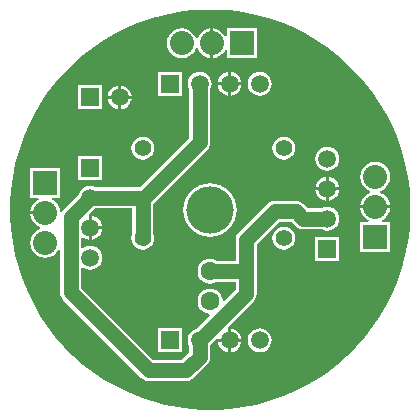
<source format=gbl>
G04 Layer_Physical_Order=2*
G04 Layer_Color=16711680*
%FSLAX25Y25*%
%MOIN*%
G70*
G01*
G75*
%ADD11R,0.08000X0.08000*%
%ADD12C,0.08000*%
%ADD13C,0.05906*%
%ADD14R,0.05906X0.05906*%
%ADD15C,0.05512*%
%ADD16R,0.05906X0.05906*%
%ADD17C,0.06299*%
%ADD18C,0.05906*%
%ADD19R,0.08000X0.08000*%
%ADD20C,0.15748*%
%ADD21C,0.05000*%
G36*
X488544Y435947D02*
X492876Y435376D01*
X497161Y434524D01*
X501382Y433393D01*
X505519Y431989D01*
X509556Y430317D01*
X513474Y428384D01*
X517258Y426199D01*
X520891Y423772D01*
X524357Y421112D01*
X527642Y418232D01*
X530732Y415142D01*
X533612Y411857D01*
X536272Y408391D01*
X538699Y404758D01*
X540884Y400974D01*
X542817Y397056D01*
X544489Y393019D01*
X545893Y388882D01*
X547024Y384661D01*
X547876Y380376D01*
X548447Y376044D01*
X548732Y371685D01*
Y367315D01*
X548447Y362956D01*
X547876Y358624D01*
X547024Y354339D01*
X545893Y350118D01*
X544489Y345981D01*
X542817Y341944D01*
X540884Y338026D01*
X538699Y334242D01*
X536272Y330609D01*
X533612Y327143D01*
X530732Y323858D01*
X527642Y320768D01*
X524357Y317888D01*
X520891Y315228D01*
X517258Y312800D01*
X513474Y310616D01*
X509556Y308683D01*
X505519Y307011D01*
X501382Y305607D01*
X497161Y304476D01*
X492876Y303624D01*
X488544Y303053D01*
X484185Y302768D01*
X479815D01*
X475456Y303053D01*
X471124Y303624D01*
X466839Y304476D01*
X462618Y305607D01*
X458481Y307011D01*
X454444Y308683D01*
X450526Y310616D01*
X446742Y312800D01*
X443109Y315228D01*
X439643Y317888D01*
X436358Y320768D01*
X433268Y323858D01*
X430388Y327143D01*
X427728Y330609D01*
X425300Y334242D01*
X423116Y338026D01*
X421183Y341944D01*
X419511Y345981D01*
X418107Y350118D01*
X416976Y354339D01*
X416124Y358624D01*
X415554Y362956D01*
X415268Y367315D01*
Y371685D01*
X415554Y376044D01*
X416124Y380376D01*
X416976Y384661D01*
X418107Y388882D01*
X419511Y393019D01*
X421183Y397056D01*
X423116Y400974D01*
X425300Y404758D01*
X427728Y408391D01*
X430388Y411857D01*
X433268Y415142D01*
X436358Y418232D01*
X439643Y421112D01*
X443109Y423772D01*
X446742Y426199D01*
X450526Y428384D01*
X454444Y430317D01*
X458481Y431989D01*
X462618Y433393D01*
X466839Y434524D01*
X471124Y435376D01*
X475456Y435947D01*
X479815Y436232D01*
X484185D01*
X488544Y435947D01*
D02*
G37*
%LPC*%
G36*
X442500Y367421D02*
Y364000D01*
X445921D01*
X445851Y364532D01*
X445453Y365493D01*
X444819Y366319D01*
X443993Y366953D01*
X443032Y367351D01*
X442500Y367421D01*
D02*
G37*
G36*
X537000Y385543D02*
X535695Y385371D01*
X534478Y384868D01*
X533434Y384066D01*
X532632Y383022D01*
X532129Y381805D01*
X531957Y380500D01*
X532129Y379195D01*
X532632Y377978D01*
X533434Y376934D01*
X534478Y376132D01*
X535352Y375771D01*
Y375229D01*
X534478Y374868D01*
X533434Y374066D01*
X532632Y373022D01*
X532129Y371805D01*
X532023Y371000D01*
X537000D01*
X541977D01*
X541871Y371805D01*
X541367Y373022D01*
X540566Y374066D01*
X539522Y374868D01*
X538648Y375229D01*
Y375771D01*
X539522Y376132D01*
X540566Y376934D01*
X541367Y377978D01*
X541871Y379195D01*
X542043Y380500D01*
X541871Y381805D01*
X541367Y383022D01*
X540566Y384066D01*
X539522Y384868D01*
X538305Y385371D01*
X537000Y385543D01*
D02*
G37*
G36*
X445921Y363000D02*
X442500D01*
Y359579D01*
X443032Y359649D01*
X443993Y360047D01*
X444819Y360681D01*
X445453Y361507D01*
X445851Y362468D01*
X445921Y363000D01*
D02*
G37*
G36*
X482000Y378417D02*
X480260Y378246D01*
X478588Y377738D01*
X477046Y376914D01*
X475695Y375805D01*
X474586Y374454D01*
X473762Y372912D01*
X473254Y371240D01*
X473083Y369500D01*
X473254Y367760D01*
X473762Y366088D01*
X474586Y364546D01*
X475695Y363195D01*
X477046Y362086D01*
X478588Y361262D01*
X480260Y360754D01*
X482000Y360583D01*
X483740Y360754D01*
X485412Y361262D01*
X486954Y362086D01*
X488305Y363195D01*
X489414Y364546D01*
X490238Y366088D01*
X490746Y367760D01*
X490917Y369500D01*
X490746Y371240D01*
X490238Y372912D01*
X489414Y374454D01*
X488305Y375805D01*
X486954Y376914D01*
X485412Y377738D01*
X483740Y378246D01*
X482000Y378417D01*
D02*
G37*
G36*
X520500Y380421D02*
X519968Y380351D01*
X519007Y379953D01*
X518181Y379319D01*
X517547Y378493D01*
X517149Y377532D01*
X517079Y377000D01*
X520500D01*
Y380421D01*
D02*
G37*
G36*
X521500D02*
Y377000D01*
X524921D01*
X524851Y377532D01*
X524453Y378493D01*
X523819Y379319D01*
X522993Y379953D01*
X522032Y380351D01*
X521500Y380421D01*
D02*
G37*
G36*
X520500Y376000D02*
X517079D01*
X517149Y375468D01*
X517547Y374507D01*
X518181Y373681D01*
X519007Y373047D01*
X519968Y372649D01*
X520500Y372579D01*
Y376000D01*
D02*
G37*
G36*
X524921D02*
X521500D01*
Y372579D01*
X522032Y372649D01*
X522993Y373047D01*
X523819Y373681D01*
X524453Y374507D01*
X524851Y375468D01*
X524921Y376000D01*
D02*
G37*
G36*
X488000Y325500D02*
X484579D01*
X484649Y324968D01*
X485047Y324007D01*
X485681Y323181D01*
X486507Y322547D01*
X487468Y322149D01*
X488000Y322079D01*
Y325500D01*
D02*
G37*
G36*
X492421D02*
X489000D01*
Y322079D01*
X489532Y322149D01*
X490493Y322547D01*
X491319Y323181D01*
X491953Y324007D01*
X492351Y324968D01*
X492421Y325500D01*
D02*
G37*
G36*
X498500Y329987D02*
X497468Y329851D01*
X496507Y329453D01*
X495681Y328819D01*
X495047Y327993D01*
X494649Y327032D01*
X494513Y326000D01*
X494649Y324968D01*
X495047Y324007D01*
X495681Y323181D01*
X496507Y322547D01*
X497468Y322149D01*
X498500Y322013D01*
X499532Y322149D01*
X500493Y322547D01*
X501319Y323181D01*
X501953Y324007D01*
X502351Y324968D01*
X502487Y326000D01*
X502351Y327032D01*
X501953Y327993D01*
X501319Y328819D01*
X500493Y329453D01*
X499532Y329851D01*
X498500Y329987D01*
D02*
G37*
G36*
X472453Y329953D02*
X464547D01*
Y322047D01*
X472453D01*
Y329953D01*
D02*
G37*
G36*
X541977Y370000D02*
X537000D01*
X532023D01*
X532129Y369195D01*
X532632Y367978D01*
X533434Y366934D01*
X534478Y366132D01*
X534798Y366000D01*
X534699Y365500D01*
X532000D01*
Y355500D01*
X542000D01*
Y365500D01*
X539301D01*
X539202Y366000D01*
X539522Y366132D01*
X540566Y366934D01*
X541367Y367978D01*
X541871Y369195D01*
X541977Y370000D01*
D02*
G37*
G36*
X506500Y363788D02*
X505519Y363659D01*
X504606Y363281D01*
X503821Y362679D01*
X503219Y361894D01*
X502841Y360981D01*
X502712Y360000D01*
X502841Y359019D01*
X503219Y358106D01*
X503821Y357321D01*
X504606Y356719D01*
X505519Y356341D01*
X506500Y356212D01*
X507480Y356341D01*
X508394Y356719D01*
X509179Y357321D01*
X509781Y358106D01*
X510159Y359019D01*
X510288Y360000D01*
X510159Y360981D01*
X509781Y361894D01*
X509179Y362679D01*
X508394Y363281D01*
X507480Y363659D01*
X506500Y363788D01*
D02*
G37*
G36*
X489000Y329921D02*
Y326500D01*
X492421D01*
X492351Y327032D01*
X491953Y327993D01*
X491319Y328819D01*
X490493Y329453D01*
X489532Y329851D01*
X489000Y329921D01*
D02*
G37*
G36*
X524953Y360453D02*
X517047D01*
Y352547D01*
X524953D01*
Y360453D01*
D02*
G37*
G36*
X478500Y415487D02*
X477468Y415351D01*
X476507Y414953D01*
X475681Y414319D01*
X475047Y413493D01*
X474649Y412532D01*
X474513Y411500D01*
X474649Y410468D01*
X474970Y409694D01*
Y393462D01*
X458538Y377030D01*
X443806D01*
X443032Y377351D01*
X442000Y377487D01*
X440968Y377351D01*
X440007Y376953D01*
X439181Y376319D01*
X438547Y375493D01*
X438227Y374719D01*
X433004Y369496D01*
X432502Y368843D01*
X432215Y368861D01*
X431983Y368958D01*
X431871Y369805D01*
X431367Y371022D01*
X430566Y372066D01*
X429522Y372867D01*
X429202Y373000D01*
X429301Y373500D01*
X432000D01*
Y383500D01*
X422000D01*
Y373500D01*
X424699D01*
X424798Y373000D01*
X424478Y372867D01*
X423434Y372066D01*
X422633Y371022D01*
X422129Y369805D01*
X422023Y369000D01*
X427000D01*
Y368000D01*
X422023D01*
X422129Y367195D01*
X422633Y365978D01*
X423434Y364934D01*
X424478Y364132D01*
X425352Y363771D01*
Y363229D01*
X424478Y362867D01*
X423434Y362066D01*
X422633Y361022D01*
X422129Y359805D01*
X421957Y358500D01*
X422129Y357195D01*
X422633Y355978D01*
X423434Y354934D01*
X424478Y354133D01*
X425695Y353629D01*
X427000Y353457D01*
X428305Y353629D01*
X429522Y354133D01*
X430566Y354934D01*
X431367Y355978D01*
X431470Y356225D01*
X431970Y356126D01*
Y342000D01*
X432090Y341086D01*
X432443Y340235D01*
X433004Y339504D01*
X459004Y313504D01*
X459735Y312943D01*
X460586Y312590D01*
X461500Y312470D01*
X474000D01*
X474914Y312590D01*
X475765Y312943D01*
X476496Y313504D01*
X480996Y318004D01*
X481557Y318735D01*
X481910Y319586D01*
X482030Y320500D01*
Y324194D01*
X482273Y324781D01*
X484087Y326595D01*
X484279Y326500D01*
X488000D01*
Y330221D01*
X487905Y330413D01*
X496496Y339004D01*
X497057Y339735D01*
X497410Y340586D01*
X497530Y341500D01*
Y349000D01*
Y358038D01*
X504962Y365470D01*
X509038D01*
X510504Y364004D01*
X511235Y363443D01*
X512086Y363090D01*
X513000Y362970D01*
X519194D01*
X519968Y362649D01*
X521000Y362513D01*
X522032Y362649D01*
X522993Y363047D01*
X523819Y363681D01*
X524453Y364507D01*
X524851Y365468D01*
X524987Y366500D01*
X524851Y367532D01*
X524453Y368493D01*
X523819Y369319D01*
X522993Y369953D01*
X522032Y370351D01*
X521000Y370487D01*
X519968Y370351D01*
X519194Y370030D01*
X514462D01*
X512996Y371496D01*
X512265Y372057D01*
X511414Y372410D01*
X510500Y372530D01*
X503500D01*
X502586Y372410D01*
X501735Y372057D01*
X501004Y371496D01*
X491504Y361996D01*
X490943Y361265D01*
X490590Y360414D01*
X490470Y359500D01*
Y352530D01*
X484216D01*
X484093Y352625D01*
X483083Y353043D01*
X482000Y353185D01*
X480917Y353043D01*
X479907Y352625D01*
X479040Y351959D01*
X478375Y351093D01*
X477957Y350083D01*
X477815Y349000D01*
X477957Y347917D01*
X478375Y346907D01*
X479040Y346041D01*
X479907Y345375D01*
X480917Y344957D01*
X482000Y344815D01*
X483083Y344957D01*
X484093Y345375D01*
X484216Y345470D01*
X490470D01*
Y342962D01*
X486668Y339161D01*
X486141Y339340D01*
X486043Y340083D01*
X485625Y341093D01*
X484960Y341960D01*
X484093Y342625D01*
X483083Y343043D01*
X482000Y343185D01*
X480917Y343043D01*
X479907Y342625D01*
X479040Y341960D01*
X478375Y341093D01*
X477957Y340083D01*
X477815Y339000D01*
X477957Y337917D01*
X478375Y336907D01*
X479040Y336040D01*
X479907Y335375D01*
X480917Y334957D01*
X481660Y334859D01*
X481839Y334331D01*
X477281Y329773D01*
X476507Y329453D01*
X475681Y328819D01*
X475047Y327993D01*
X474649Y327032D01*
X474513Y326000D01*
X474649Y324968D01*
X474970Y324194D01*
Y321962D01*
X472538Y319530D01*
X462962D01*
X439030Y343462D01*
Y350166D01*
X439530Y350413D01*
X440007Y350047D01*
X440968Y349649D01*
X442000Y349513D01*
X443032Y349649D01*
X443993Y350047D01*
X444819Y350681D01*
X445453Y351507D01*
X445851Y352468D01*
X445987Y353500D01*
X445851Y354532D01*
X445453Y355493D01*
X444819Y356319D01*
X443993Y356953D01*
X443032Y357351D01*
X442000Y357487D01*
X440968Y357351D01*
X440007Y356953D01*
X439530Y356587D01*
X439030Y356834D01*
Y360166D01*
X439530Y360413D01*
X440007Y360047D01*
X440968Y359649D01*
X441500Y359579D01*
Y363500D01*
Y367721D01*
X441405Y367913D01*
X443219Y369726D01*
X443806Y369970D01*
X455970D01*
Y361292D01*
X455841Y360981D01*
X455712Y360000D01*
X455841Y359019D01*
X456219Y358106D01*
X456821Y357321D01*
X457606Y356719D01*
X458520Y356341D01*
X459500Y356212D01*
X460480Y356341D01*
X461394Y356719D01*
X462179Y357321D01*
X462781Y358106D01*
X463159Y359019D01*
X463288Y360000D01*
X463159Y360981D01*
X463030Y361292D01*
Y371538D01*
X480996Y389504D01*
X481557Y390235D01*
X481910Y391086D01*
X482030Y392000D01*
Y409694D01*
X482351Y410468D01*
X482487Y411500D01*
X482351Y412532D01*
X481953Y413493D01*
X481319Y414319D01*
X480493Y414953D01*
X479532Y415351D01*
X478500Y415487D01*
D02*
G37*
G36*
X488000Y411000D02*
X484579D01*
X484649Y410468D01*
X485047Y409507D01*
X485681Y408681D01*
X486507Y408047D01*
X487468Y407649D01*
X488000Y407579D01*
Y411000D01*
D02*
G37*
G36*
X492421D02*
X489000D01*
Y407579D01*
X489532Y407649D01*
X490493Y408047D01*
X491319Y408681D01*
X491953Y409507D01*
X492351Y410468D01*
X492421Y411000D01*
D02*
G37*
G36*
X498500Y415487D02*
X497468Y415351D01*
X496507Y414953D01*
X495681Y414319D01*
X495047Y413493D01*
X494649Y412532D01*
X494513Y411500D01*
X494649Y410468D01*
X495047Y409507D01*
X495681Y408681D01*
X496507Y408047D01*
X497468Y407649D01*
X498500Y407513D01*
X499532Y407649D01*
X500493Y408047D01*
X501319Y408681D01*
X501953Y409507D01*
X502351Y410468D01*
X502487Y411500D01*
X502351Y412532D01*
X501953Y413493D01*
X501319Y414319D01*
X500493Y414953D01*
X499532Y415351D01*
X498500Y415487D01*
D02*
G37*
G36*
X472453Y415453D02*
X464547D01*
Y407547D01*
X472453D01*
Y415453D01*
D02*
G37*
G36*
X472500Y430043D02*
X471195Y429871D01*
X469978Y429367D01*
X468934Y428566D01*
X468132Y427522D01*
X467629Y426305D01*
X467457Y425000D01*
X467629Y423695D01*
X468132Y422478D01*
X468934Y421434D01*
X469978Y420633D01*
X471195Y420129D01*
X472500Y419957D01*
X473805Y420129D01*
X475022Y420633D01*
X476066Y421434D01*
X476867Y422478D01*
X477229Y423352D01*
X477771D01*
X478132Y422478D01*
X478934Y421434D01*
X479978Y420633D01*
X481195Y420129D01*
X482000Y420023D01*
Y425000D01*
Y429977D01*
X481195Y429871D01*
X479978Y429367D01*
X478934Y428566D01*
X478132Y427522D01*
X477771Y426648D01*
X477229D01*
X476867Y427522D01*
X476066Y428566D01*
X475022Y429367D01*
X473805Y429871D01*
X472500Y430043D01*
D02*
G37*
G36*
X497500Y430000D02*
X487500D01*
Y427301D01*
X487000Y427202D01*
X486868Y427522D01*
X486066Y428566D01*
X485022Y429367D01*
X483805Y429871D01*
X483000Y429977D01*
Y425000D01*
Y420023D01*
X483805Y420129D01*
X485022Y420633D01*
X486066Y421434D01*
X486868Y422478D01*
X487000Y422798D01*
X487500Y422699D01*
Y420000D01*
X497500D01*
Y430000D01*
D02*
G37*
G36*
X488000Y415421D02*
X487468Y415351D01*
X486507Y414953D01*
X485681Y414319D01*
X485047Y413493D01*
X484649Y412532D01*
X484579Y412000D01*
X488000D01*
Y415421D01*
D02*
G37*
G36*
X489000D02*
Y412000D01*
X492421D01*
X492351Y412532D01*
X491953Y413493D01*
X491319Y414319D01*
X490493Y414953D01*
X489532Y415351D01*
X489000Y415421D01*
D02*
G37*
G36*
X452343Y410921D02*
Y407500D01*
X455764D01*
X455694Y408032D01*
X455295Y408993D01*
X454662Y409819D01*
X453836Y410453D01*
X452874Y410851D01*
X452343Y410921D01*
D02*
G37*
G36*
X459500Y393788D02*
X458520Y393659D01*
X457606Y393281D01*
X456821Y392679D01*
X456219Y391894D01*
X455841Y390981D01*
X455712Y390000D01*
X455841Y389019D01*
X456219Y388106D01*
X456821Y387321D01*
X457606Y386719D01*
X458520Y386341D01*
X459500Y386212D01*
X460480Y386341D01*
X461394Y386719D01*
X462179Y387321D01*
X462781Y388106D01*
X463159Y389019D01*
X463288Y390000D01*
X463159Y390981D01*
X462781Y391894D01*
X462179Y392679D01*
X461394Y393281D01*
X460480Y393659D01*
X459500Y393788D01*
D02*
G37*
G36*
X506500D02*
X505519Y393659D01*
X504606Y393281D01*
X503821Y392679D01*
X503219Y391894D01*
X502841Y390981D01*
X502712Y390000D01*
X502841Y389019D01*
X503219Y388106D01*
X503821Y387321D01*
X504606Y386719D01*
X505519Y386341D01*
X506500Y386212D01*
X507480Y386341D01*
X508394Y386719D01*
X509179Y387321D01*
X509781Y388106D01*
X510159Y389019D01*
X510288Y390000D01*
X510159Y390981D01*
X509781Y391894D01*
X509179Y392679D01*
X508394Y393281D01*
X507480Y393659D01*
X506500Y393788D01*
D02*
G37*
G36*
X445953Y387453D02*
X438047D01*
Y379547D01*
X445953D01*
Y387453D01*
D02*
G37*
G36*
X521000Y390487D02*
X519968Y390351D01*
X519007Y389953D01*
X518181Y389319D01*
X517547Y388493D01*
X517149Y387532D01*
X517013Y386500D01*
X517149Y385468D01*
X517547Y384507D01*
X518181Y383681D01*
X519007Y383047D01*
X519968Y382649D01*
X521000Y382513D01*
X522032Y382649D01*
X522993Y383047D01*
X523819Y383681D01*
X524453Y384507D01*
X524851Y385468D01*
X524987Y386500D01*
X524851Y387532D01*
X524453Y388493D01*
X523819Y389319D01*
X522993Y389953D01*
X522032Y390351D01*
X521000Y390487D01*
D02*
G37*
G36*
X455764Y406500D02*
X452343D01*
Y403079D01*
X452874Y403149D01*
X453836Y403547D01*
X454662Y404181D01*
X455295Y405007D01*
X455694Y405968D01*
X455764Y406500D01*
D02*
G37*
G36*
X451343Y410921D02*
X450811Y410851D01*
X449849Y410453D01*
X449023Y409819D01*
X448390Y408993D01*
X447992Y408032D01*
X447922Y407500D01*
X451343D01*
Y410921D01*
D02*
G37*
G36*
X445953Y410953D02*
X438047D01*
Y403047D01*
X445953D01*
Y410953D01*
D02*
G37*
G36*
X451343Y406500D02*
X447922D01*
X447992Y405968D01*
X448390Y405007D01*
X449023Y404181D01*
X449849Y403547D01*
X450811Y403149D01*
X451343Y403079D01*
Y406500D01*
D02*
G37*
%LPD*%
D11*
X427000Y378500D02*
D03*
X537000Y360500D02*
D03*
D12*
X427000Y368500D02*
D03*
Y358500D02*
D03*
X537000Y370500D02*
D03*
Y380500D02*
D03*
X482500Y425000D02*
D03*
X472500D02*
D03*
D13*
X498500Y326000D02*
D03*
X488500D02*
D03*
X478500D02*
D03*
X442000Y353500D02*
D03*
Y363500D02*
D03*
Y373500D02*
D03*
X498500Y411500D02*
D03*
X488500D02*
D03*
X478500D02*
D03*
X521000Y386500D02*
D03*
Y376500D02*
D03*
Y366500D02*
D03*
D14*
X468500Y326000D02*
D03*
Y411500D02*
D03*
X442000Y407000D02*
D03*
D15*
X459500Y390000D02*
D03*
Y360000D02*
D03*
X506500Y390000D02*
D03*
Y360000D02*
D03*
D16*
X442000Y383500D02*
D03*
X521000Y356500D02*
D03*
D17*
X482000Y349000D02*
D03*
Y339000D02*
D03*
D18*
X451843Y407000D02*
D03*
D19*
X492500Y425000D02*
D03*
D20*
X482000Y369500D02*
D03*
D21*
X460000Y373500D02*
X478500Y392000D01*
X459500Y373000D02*
X460000Y373500D01*
X459500Y360000D02*
Y373000D01*
X494000Y349000D02*
Y359500D01*
Y341500D02*
Y349000D01*
X482000D02*
X494000D01*
X435500Y367000D02*
X442000Y373500D01*
X435500Y342000D02*
Y367000D01*
Y342000D02*
X461500Y316000D01*
X474000D01*
X478500Y320500D01*
Y326000D01*
X494000Y341500D01*
Y359500D02*
X503500Y369000D01*
X510500D01*
X513000Y366500D01*
X521000D01*
X442000Y373500D02*
X460000D01*
X478500Y392000D02*
Y411500D01*
M02*

</source>
